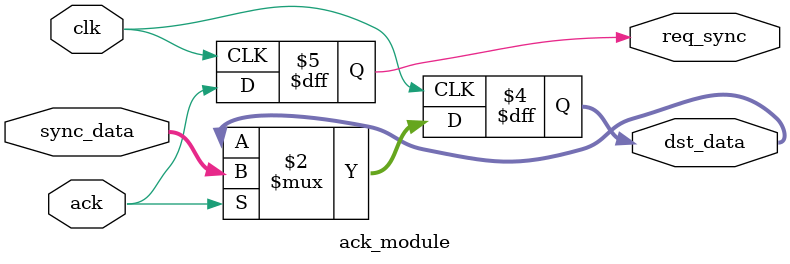
<source format=sv>
module shadow_reg_handshake #(parameter DW=32) (
    input src_clk, dst_clk,
    input req, ack,
    input [DW-1:0] src_data,
    output reg [DW-1:0] dst_data
);

    wire [DW-1:0] sync_data;
    wire req_sync;

    // Synchronization Module
    sync_module #(DW) u_sync (
        .clk(src_clk),
        .req(req),
        .src_data(src_data),
        .sync_data(sync_data)
    );

    // Acknowledgment Module
    ack_module #(DW) u_ack (
        .clk(dst_clk),
        .ack(ack),
        .sync_data(sync_data),
        .dst_data(dst_data),
        .req_sync(req_sync)
    );

endmodule

module sync_module #(parameter DW=32) (
    input clk,
    input req,
    input [DW-1:0] src_data,
    output reg [DW-1:0] sync_data
);
    always @(posedge clk) begin
        if(req) sync_data <= src_data;
    end
endmodule

module ack_module #(parameter DW=32) (
    input clk,
    input ack,
    input [DW-1:0] sync_data,
    output reg [DW-1:0] dst_data,
    output reg req_sync
);
    always @(posedge clk) begin
        req_sync <= ack; // Assuming req_sync is driven by ack for demonstration
        if(ack) dst_data <= sync_data;
    end
endmodule
</source>
